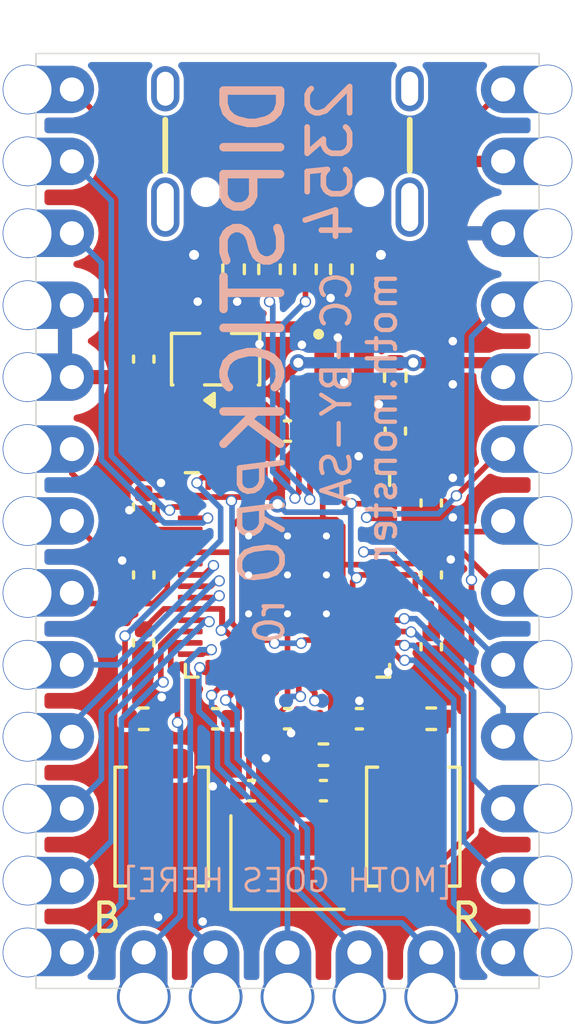
<source format=kicad_pcb>
(kicad_pcb (version 20241229) (generator "pcbnew") (generator_version "9.0")
  (title_block (title "DIPSTICKPRO 2354") (date "2026-01-28") (rev "0") (company "moth.monster"))
  (layers (0 "F.Cu" signal) (2 "B.Cu" signal) (13 "F.Paste" user) (15 "B.Paste" user) (5 "F.SilkS" user "F.Silkscreen") (7 "B.SilkS" user "B.Silkscreen") (1 "F.Mask" user) (3 "B.Mask" user) (25 "Edge.Cuts" user))
  (net 0 "")
  (net 1 "GND")
  (net 2 "VBUS")
  (net 3 "/XIN")
  (net 4 "/XOUT")
  (net 5 "+3V3")
  (net 6 "+1V1")
  (net 8 "/~{USB_BOOT}")
  (net 9 "/GPIO15")
  (net 10 "/GPIO14")
  (net 11 "/GPIO13")
  (net 12 "/GPIO12")
  (net 13 "/GPIO11")
  (net 14 "/GPIO10")
  (net 15 "/GPIO9")
  (net 16 "/GPIO8")
  (net 17 "/GPIO7")
  (net 18 "/GPIO6")
  (net 19 "/GPIO5")
  (net 20 "/GPIO4")
  (net 21 "/GPIO3")
  (net 22 "/GPIO2")
  (net 23 "/GPIO1")
  (net 24 "/GPIO0")
  (net 25 "/GPIO29_ADC3")
  (net 26 "/GPIO28_ADC2")
  (net 27 "/GPIO27_ADC1")
  (net 28 "/GPIO26_ADC0")
  (net 29 "/GPIO25")
  (net 30 "/GPIO24")
  (net 31 "/GPIO23")
  (net 32 "/GPIO22")
  (net 33 "/GPIO21")
  (net 34 "/GPIO20")
  (net 35 "/GPIO19")
  (net 36 "/GPIO18")
  (net 37 "/GPIO17")
  (net 38 "/GPIO16")
  (net 39 "/RUN")
  (net 40 "/SWD")
  (net 41 "/SWCLK")
  (net 42 "/QSPI_SS")
  (net 43 "/QSPI_SD3")
  (net 44 "/QSPI_SCLK")
  (net 45 "/QSPI_SD0")
  (net 46 "/QSPI_SD2")
  (net 47 "/QSPI_SD1")
  (net 48 "/USB_D+")
  (net 49 "/USB_D-")
  (net 50 "Net-(C4-Pad1)")
  (net 51 "/VREG_LX")
  (net 52 "Net-(R4-Pad1)")
  (net 53 "/VREG_AVDD")
  (net 54 "Net-(U1-USB_DP)")
  (net 55 "Net-(U1-USB_DM)")
  (net 56 "Net-(J2-CC2)")
  (net 59 "Net-(J2-CC1)")
  (footprint "Capacitor_SMD:C_0402_1005Metric" (layer "F.Cu") (at 29.205 46.215 -90)
    (property "Reference" "C15" (hide yes))
    (property "Value" "100n")
  )
  (footprint "Resistor_SMD:R_0402_1005Metric" (layer "F.Cu") (at 36.195 33.02 -90)
    (property "Reference" "R1" (hide yes))
    (property "Value" "5.1k")
  )
  (footprint "Package_TO_SOT_SMD:SOT-23-3" (layer "F.Cu") (at 31.75 36.195 90)
    (property "Reference" "U2" (hide yes))
    (property "Value" "NCP1117-3.3_SOT223")
  )
  (footprint "Capacitor_SMD:C_0402_1005Metric" (layer "F.Cu") (at 34.29 38.735 180)
    (property "Reference" "C12" (hide yes))
    (property "Value" "100n")
  )
  (footprint "Capacitor_SMD:C_0402_1005Metric" (layer "F.Cu") (at 39.37 46.355 -90)
    (property "Reference" "C14" (hide yes))
    (property "Value" "100n")
  )
  (footprint "Capacitor_SMD:C_0402_1005Metric" (layer "F.Cu") (at 36.83 48.895 180)
    (property "Reference" "C16" (hide yes))
    (property "Value" "100n")
  )
  (footprint "Resistor_SMD:R_0402_1005Metric" (layer "F.Cu") (at 33.655 33.02 -90)
    (property "Reference" "R7" (hide yes))
    (property "Value" "27")
  )
  (footprint "Capacitor_SMD:C_0402_1005Metric" (layer "F.Cu") (at 29.21 36.195 -90)
    (property "Reference" "C1" (hide yes))
    (property "Value" "1u")
  )
  (footprint "Capacitor_SMD:C_0402_1005Metric" (layer "F.Cu") (at 29.205 41.415 -90)
    (property "Reference" "C13" (hide yes))
    (property "Value" "100n")
  )
  (footprint "Resistor_SMD:R_0402_1005Metric" (layer "F.Cu") (at 34.925 33.02 -90)
    (property "Reference" "R8" (hide yes))
    (property "Value" "27")
  )
  (footprint "Capacitor_SMD:C_0402_1005Metric" (layer "F.Cu") (at 39.37 41.275 -90)
    (property "Reference" "C17" (hide yes))
    (property "Value" "100n")
  )
  (footprint "RP2350_60QFN_minimal:C_0402_1005Metric_small_pads" (layer "F.Cu") (at 36.29 38.265)
    (property "Reference" "C7" (hide yes))
    (property "Value" "4.7u")
  )
  (footprint "RP2350_60QFN_minimal:L_pol_2016" (layer "F.Cu") (at 36.29 36.615)
    (property "Reference" "L1" (hide yes))
    (property "Value" "3.3u")
  )
  (footprint "Capacitor_SMD:C_0402_1005Metric" (layer "F.Cu") (at 38.1 38.735 -90)
    (property "Reference" "C9" (hide yes))
    (property "Value" "4.7u")
  )
  (footprint "Resistor_SMD:R_0402_1005Metric" (layer "F.Cu") (at 39.37 48.895 180)
    (property "Reference" "R4" (hide yes))
    (property "Value" "1k")
  )
  (footprint "Button_Switch_SMD:SW_SPST_TS-1088-xR020" (layer "F.Cu") (at 29.845 52.705 90)
    (property "Reference" "SW1" (hide yes))
    (property "Value" "SW_Push")
  )
  (footprint "Resistor_SMD:R_0402_1005Metric" (layer "F.Cu") (at 32.385 33.02 -90)
    (property "Reference" "R3" (hide yes))
    (property "Value" "5.1k")
  )
  (footprint "Resistor_SMD:R_0402_1005Metric" (layer "F.Cu") (at 38.1 36.83 -90)
    (property "Reference" "R5" (hide yes))
    (property "Value" "33")
  )
  (footprint "Crystal:Crystal_SMD_3225-4Pin_3.2x2.5mm" (layer "F.Cu") (at 34.29 53.975)
    (property "Reference" "Y1" (hide yes))
    (property "Value" "ABM8-272-T3")
  )
  (footprint "Resistor_SMD:R_0402_1005Metric" (layer "F.Cu") (at 35.56 50.165)
    (property "Reference" "R2" (hide yes))
    (property "Value" "1k")
  )
  (footprint "PCM_SparkFun-Connector:USB-C_16" (layer "F.Cu") (at 34.29 31.74 180)
    (property "Reference" "J2" (hide yes))
    (property "Value" "USB_C_Receptacle")
  )
  (footprint "Capacitor_SMD:C_0402_1005Metric" (layer "F.Cu") (at 34.29 48.895)
    (property "Reference" "C10" (hide yes))
    (property "Value" "4.7u")
  )
  (footprint "Capacitor_SMD:C_0402_1005Metric" (layer "F.Cu") (at 33.02 51.435)
    (property "Reference" "C3" (hide yes))
    (property "Value" "15p")
  )
  (footprint "RP2350_60QFN_minimal:RP2350-QFN-60-1EP_7x7_P0.4mm_EP3.4x3.4mm_ThermalVias" (layer "F.Cu") (at 34.29 43.815)
    (property "Reference" "U1" (hide yes))
    (property "Value" "RP2350_60QFN")
  )
  (footprint "PCM_SparkFun-Connector:1x12_P2.54mm_Castellated" (layer "F.Cu") (at 41.91 26.67 -90)
    (property "Reference" "J6" (hide yes))
    (property "Value" "Conn_01x13_Pin")
  )
  (footprint "Capacitor_SMD:C_0402_1005Metric" (layer "F.Cu") (at 29.21 43.815 -90)
    (property "Reference" "C8" (hide yes))
    (property "Value" "100n")
  )
  (footprint "Resistor_SMD:R_0402_1005Metric" (layer "F.Cu") (at 29.21 48.895)
    (property "Reference" "R6" (hide yes))
    (property "Value" "1k")
  )
  (footprint "Capacitor_SMD:C_0402_1005Metric" (layer "F.Cu") (at 31.75 48.895 180)
    (property "Reference" "C18" (hide yes))
    (property "Value" "100n")
  )
  (footprint "RP2350_60QFN_minimal:C_0402_1005Metric_small_pads" (layer "F.Cu") (at 36.29 39.215)
    (property "Reference" "C6" (hide yes))
    (property "Value" "4.7u")
  )
  (footprint "Button_Switch_SMD:SW_SPST_TS-1088-xR020" (layer "F.Cu") (at 38.735 52.705 -90)
    (property "Reference" "SW2" (hide yes))
    (property "Value" "SW_Push")
  )
  (footprint "Capacitor_SMD:C_0402_1005Metric" (layer "F.Cu") (at 39.37 43.815 -90)
    (property "Reference" "C11" (hide yes))
    (property "Value" "100n")
  )
  (footprint "Capacitor_SMD:C_0402_1005Metric" (layer "F.Cu") (at 35.56 51.435 180)
    (property "Reference" "C4" (hide yes))
    (property "Value" "15p")
  )
  (footprint "PCM_SparkFun-Connector:1x12_P2.54mm_Castellated" (layer "B.Cu") (at 26.67 26.67 -90)
    (property "Reference" "J5" (hide yes))
    (property "Value" "Conn_01x13_Pin")
  )
  (footprint "PCM_SparkFun-Connector:1x05_P2.54mm_Castellated" (layer "B.Cu") (at 29.21 57.15)
    (property "Reference" "J7" (hide yes))
    (property "Value" "Conn_01x05_Pin")
  )
  (footprint "PCM_SparkFun-Connector:TestPoint-0.5mm" (layer "B.Cu") (at 35.5092 48.26)
    (property "Reference" "TP2" (hide yes))
    (property "Value" "0.5mm")
  )
  (footprint "PCM_SparkFun-Connector:TestPoint-0.5mm" (layer "B.Cu") (at 34.2392 48.26)
    (property "Reference" "TP1" (hide yes))
    (property "Value" "0.5mm")
  )
  (gr_rect (start 25.4 25.4) (end 43.18 58.42) (stroke (width 0.05)) (fill no) (layer "Edge.Cuts"))
  (gr_text "B" (at 27.305 56.515 0) (layer "F.SilkS") (effects (font (size 1 1)) (justify left bottom)))
  (gr_text "R" (at 40.005 56.515 0) (layer "F.SilkS") (effects (font (size 1 1)) (justify left bottom)))
  (gr_text "2354" (at 34.925 29.21 90) (layer "B.SilkS") (effects (font (size 1.5 1.5) (thickness 0.2)) (justify top mirror)))
  (gr_text "CC-BY-SA\nmoth.monster" (at 36.83 33.02 90) (layer "B.SilkS") (effects (font (size 1 1)) (justify left mirror)))
  (gr_text "DIPSTICK" (at 34.29 26.035 90) (layer "B.SilkS") (effects (font (size 2 2) (thickness 0.3)) (justify left bottom mirror)))
  (gr_text "r0" (at 33.655 46.355 90) (layer "B.SilkS") (effects (font (size 1 1)) (justify right mirror)))
  (gr_text "[MOTH GOES HERE]" (at 34.29 54.61 0) (layer "B.SilkS") (effects (font (size 0.8 0.8) (thickness 0.1)) (justify mirror)))
  (gr_text "PRO" (at 34.29 39.37 90) (layer "B.SilkS") (effects (font (size 1.5 1.5) (thickness 0.2) (italic yes)) (justify left bottom mirror)))
  (segment (start 37.004162 49.456) (end 38.299 49.456) (width 0.2) (layer "F.Cu") (net 1))
  (segment (start 36.805 39.726) (end 36.83 39.751) (width 0.2) (layer "F.Cu") (net 1))
  (segment (start 36.69 39.891) (end 36.69 40.3775) (width 0.2) (layer "F.Cu") (net 1))
  (segment (start 35.814 33.911) (end 36.195 33.53) (width 0.2) (layer "F.Cu") (net 1))
  (segment (start 36.443162 48.895) (end 37.004162 49.456) (width 0.2) (layer "F.Cu") (net 1))
  (segment (start 36.83 39.751) (end 36.69 39.891) (width 0.2) (layer "F.Cu") (net 1))
  (segment (start 36.805 39.624) (end 36.805 39.726) (width 0.2) (layer "F.Cu") (net 1))
  (segment (start 36.805 38.265) (end 36.805 39.215) (width 0.2) (layer "F.Cu") (net 1))
  (segment (start 35.814 34.036) (end 35.814 33.911) (width 0.2) (layer "F.Cu") (net 1))
  (segment (start 38.299 49.456) (end 38.86 48.895) (width 0.2) (layer "F.Cu") (net 1))
  (segment (start 36.805 39.215) (end 36.805 39.624) (width 0.2) (layer "F.Cu") (net 1))
  (segment (start 36.35 48.895) (end 36.443162 48.895) (width 0.2) (layer "F.Cu") (net 1))
  (via (at 36.068 35.433) (size 0.4) (drill 0.3) (layers "F.Cu" "B.Cu") (net 1))
  (via (at 40.132 40.386) (size 0.4) (drill 0.3) (layers "F.Cu" "B.Cu") (net 1))
  (via (at 32.512 34.163) (size 0.4) (drill 0.3) (layers "F.Cu" "B.Cu") (net 1))
  (via (at 37.846 47.244) (size 0.4) (drill 0.3) (layers "F.Cu" "B.Cu") (net 1))
  (via (at 40.132 37.084) (size 0.4) (drill 0.3) (layers "F.Cu" "B.Cu") (net 1))
  (via (at 31.6484 51.2826) (size 0.4) (drill 0.3) (layers "F.Cu" "B.Cu") (net 1))
  (via (at 28.702 41.529) (size 0.4) (drill 0.3) (layers "F.Cu" "B.Cu") (net 1))
  (via (at 40.132 41.783) (size 0.4) (drill 0.3) (layers "F.Cu" "B.Cu") (net 1))
  (via (at 30.988 32.512) (size 0.6) (drill 0.35) (layers "F.Cu" "B.Cu") (net 1))
  (via (at 36.805 39.624) (size 0.4) (drill 0.3) (layers "F.Cu" "B.Cu") (net 1))
  (via (at 36.29 37.0078) (size 0.4) (drill 0.3) (layers "F.Cu" "B.Cu") (net 1))
  (via (at 31.115 34.163) (size 0.4) (drill 0.3) (layers "F.Cu" "B.Cu") (net 1))
  (via (at 33.528 50.292) (size 0.4) (drill 0.3) (layers "F.Cu" "B.Cu") (net 1))
  (via (at 36.83 48.26) (size 0.4) (drill 0.3) (layers "F.Cu" "B.Cu") (net 1))
  (via (at 31.2928 56.0578) (size 0.4) (drill 0.3) (layers "F.Cu" "B.Cu") (net 1))
  (via (at 34.798 35.687) (size 0.4) (drill 0.3) (layers "F.Cu" "B.Cu") (net 1))
  (via (at 40.06 43.27) (size 0.4) (drill 0.3) (layers "F.Cu" "B.Cu") (net 1))
  (via (at 33.2994 35.6616) (size 0.4) (drill 0.3) (layers "F.Cu" "B.Cu") (net 1))
  (via (at 34.417 49.403) (size 0.4) (drill 0.3) (layers "F.Cu" "B.Cu") (net 1))
  (via (at 29.8196 40.5638) (size 0.4) (drill 0.3) (layers "F.Cu" "B.Cu") (net 1))
  (via (at 37.592 32.512) (size 0.6) (drill 0.35) (layers "F.Cu" "B.Cu") (net 1))
  (via (at 37.52 37.79) (size 0.4) (drill 0.3) (layers "F.Cu" "B.Cu") (net 1))
  (via (at 35.814 34.036) (size 0.4) (drill 0.3) (layers "F.Cu" "B.Cu") (net 1))
  (via (at 29.718 55.9054) (size 0.4) (drill 0.3) (layers "F.Cu" "B.Cu") (net 1))
  (via (at 28.448 43.307) (size 0.4) (drill 0.3) (layers "F.Cu" "B.Cu") (net 1))
  (via (at 40.132 35.56) (size 0.4) (drill 0.3) (layers "F.Cu" "B.Cu") (net 1))
  (via (at 29.845 48.133) (size 0.4) (drill 0.3) (layers "F.Cu" "B.Cu") (net 1))
  (segment (start 36.404 30.61643) (end 36.74 30.95243) (width 0.4) (layer "F.Cu") (net 2))
  (segment (start 31.75 35.0575) (end 31.714 35.0215) (width 0.4) (layer "F.Cu") (net 2))
  (segment (start 41.91 29.21) (end 37.16757 29.21) (width 0.4) (layer "F.Cu") (net 2))
  (segment (start 31.716 32.249) (end 31.716 31.524) (width 0.4) (layer "F.Cu") (net 2))
  (segment (start 36.74 30.95243) (end 36.74 31.4) (width 0.4) (layer "F.Cu") (net 2))
  (segment (start 36.404 29.97357) (end 36.404 30.61643) (width 0.4) (layer "F.Cu") (net 2))
  (segment (start 31.714 35.0215) (end 31.714 32.251) (width 0.4) (layer "F.Cu") (net 2))
  (segment (start 31.716 31.524) (end 31.84 31.4) (width 0.4) (layer "F.Cu") (net 2))
  (segment (start 29.8675 35.0575) (end 29.21 35.715) (width 0.2) (layer "F.Cu") (net 2))
  (segment (start 31.75 35.0575) (end 29.8675 35.0575) (width 0.2) (layer "F.Cu") (net 2))
  (segment (start 36.866 33.87005) (end 35.67855 35.0575) (width 0.4) (layer "F.Cu") (net 2))
  (segment (start 31.84 34.9675) (end 31.75 35.0575) (width 0.4) (layer "F.Cu") (net 2))
  (segment (start 37.16757 29.21) (end 36.404 29.97357) (width 0.4) (layer "F.Cu") (net 2))
  (segment (start 31.714 32.251) (end 31.716 32.249) (width 0.4) (layer "F.Cu") (net 2))
  (segment (start 36.74 32.04395) (end 36.866 32.16995) (width 0.4) (layer "F.Cu") (net 2))
  (segment (start 36.866 32.16995) (end 36.866 33.87005) (width 0.4) (layer "F.Cu") (net 2))
  (segment (start 35.67855 35.0575) (end 31.75 35.0575) (width 0.4) (layer "F.Cu") (net 2))
  (segment (start 36.74 31.4) (end 36.74 32.04395) (width 0.4) (layer "F.Cu") (net 2))
  (segment (start 33.49 47.851774) (end 33.49 47.2525) (width 0.2) (layer "F.Cu") (net 3))
  (segment (start 32.928 48.413774) (end 33.49 47.851774) (width 0.2) (layer "F.Cu") (net 3))
  (segment (start 32.239 53.874) (end 32.239 51.736) (width 0.2) (layer "F.Cu") (net 3))
  (segment (start 32.928 51.047) (end 32.928 48.413774) (width 0.2) (layer "F.Cu") (net 3))
  (segment (start 32.54 51.435) (end 32.928 51.047) (width 0.2) (layer "F.Cu") (net 3))
  (segment (start 32.239 51.736) (end 32.54 51.435) (width 0.2) (layer "F.Cu") (net 3))
  (segment (start 33.19 54.825) (end 32.239 53.874) (width 0.2) (layer "F.Cu") (net 3))
  (segment (start 33.279 48.559162) (end 33.279 49.230838) (width 0.2) (layer "F.Cu") (net 4))
  (segment (start 33.89 47.2525) (end 33.89 47.948162) (width 0.2) (layer "F.Cu") (net 4))
  (segment (start 34.213162 50.165) (end 35.05 50.165) (width 0.2) (layer "F.Cu") (net 4))
  (segment (start 33.279 49.230838) (end 34.213162 50.165) (width 0.2) (layer "F.Cu") (net 4))
  (segment (start 33.89 47.948162) (end 33.279 48.559162) (width 0.2) (layer "F.Cu") (net 4))
  (segment (start 36.5506 41.3004) (end 36.348336 41.3004) (width 0.2) (layer "F.Cu") (net 5))
  (segment (start 32.5516 48.895) (end 32.577 48.8696) (width 0.2) (layer "F.Cu") (net 5))
  (segment (start 36.592 45.678971) (end 36.592 44.053) (width 0.2) (layer "F.Cu") (net 5))
  (segment (start 34.29 40.3775) (end 34.29 40.025514) (width 0.2) (layer "F.Cu") (net 5))
  (segment (start 36.372985 45.897985) (end 37.039 46.564) (width 0.2) (layer "F.Cu") (net 5))
  (segment (start 33.09 47.755386) (end 33.09 47.2525) (width 0.2) (layer "F.Cu") (net 5))
  (segment (start 36.348336 41.3004) (end 35.89 40.842064) (width 0.2) (layer "F.Cu") (net 5))
  (segment (start 31.336032 41.066) (end 33.666064 41.066) (width 0.2) (layer "F.Cu") (net 5))
  (segment (start 30.8525 45.015) (end 29.925 45.015) (width 0.2) (layer "F.Cu") (net 5))
  (segment (start 30.8525 45.015) (end 31.9688 45.015) (width 0.2) (layer "F.Cu") (net 5))
  (segment (start 37.31 48.895) (end 37.31 47.4725) (width 0.2) (layer "F.Cu") (net 5))
  (segment (start 35.89 40.842064) (end 35.89 40.3775) (width 0.2) (layer "F.Cu") (net 5))
  (segment (start 39.37 45.875) (end 39.37 44.826) (width 0.2) (layer "F.Cu") (net 5))
  (segment (start 32.23 48.895) (end 32.5516 48.895) (width 0.2) (layer "F.Cu") (net 5))
  (segment (start 37.4421 41.3004) (end 36.5506 41.3004) (width 0.2) (layer "F.Cu") (net 5))
  (segment (start 33.6605 37.3325) (end 34.671 36.322) (width 0.4) (layer "F.Cu") (net 5))
  (segment (start 35.89 39.33) (end 35.775 39.215) (width 0.2) (layer "F.Cu") (net 5))
  (segment (start 31.9724 45.747363) (end 31.948612 45.771151) (width 0.2) (layer "F.Cu") (net 5))
  (segment (start 37.6275 41.115) (end 37.7275 41.015) (width 0.2) (layer "F.Cu") (net 5))
  (segment (start 37.7275 43.815) (end 37.262936 43.815) (width 0.2) (layer "F.Cu") (net 5))
  (segment (start 33.89 40.842064) (end 33.89 40.3775) (width 0.2) (layer "F.Cu") (net 5))
  (segment (start 34.003211 41.249719) (end 33.93893 41.314) (width 0.4) (layer "F.Cu") (net 5))
  (segment (start 37.7275 41.015) (end 37.4421 41.3004) (width 0.2) (layer "F.Cu") (net 5))
  (segment (start 33.09 46.1362) (end 33.0708 46.117) (width 0.2) (layer "F.Cu") (net 5))
  (segment (start 33.09 47.2525) (end 33.09 46.1362) (width 0.2) (layer "F.Cu") (net 5))
  (segment (start 34.29 40.3775) (end 33.89 40.3775) (width 0.2) (layer "F.Cu") (net 5))
  (segment (start 39.034162 44.826) (end 38.809 44.600838) (width 0.2) (layer "F.Cu") (net 5))
  (segment (start 37.039 46.768968) (end 37.039 46.564) (width 0.2) (layer "F.Cu") (net 5))
  (segment (start 34.003211 40.728853) (end 34.003211 41.249719) (width 0.4) (layer "F.Cu") (net 5))
  (segment (start 31.9688 45.015) (end 31.9724 45.0186) (width 0.2) (layer "F.Cu") (net 5))
  (segment (start 33.914064 41.314) (end 33.93893 41.314) (width 0.2) (layer "F.Cu") (net 5))
  (segment (start 31.9688 45.015) (end 31.988 45.0342) (width 0.2) (layer "F.Cu") (net 5))
  (segment (start 33.677499 37.3325) (end 34.77 38.425001) (width 0.4) (layer "F.Cu") (net 5))
  (segment (start 38.809 44.600838) (end 38.809 43.819) (width 0.2) (layer "F.Cu") (net 5))
  (segment (start 32.577 48.8696) (end 32.577 48.268386) (width 0.2) (layer "F.Cu") (net 5))
  (segment (start 38.805 43.815) (end 37.7275 43.815) (width 0.2) (layer "F.Cu") (net 5))
  (segment (start 31.988 45.0342) (end 31.988 45.678971) (width 0.2) (layer "F.Cu") (net 5))
  (segment (start 37.7275 43.815) (end 36.83 43.815) (width 0.2) (layer "F.Cu") (net 5))
  (segment (start 37.7275 41.015) (end 39.15 41.015) (width 0.2) (layer "F.Cu") (net 5))
  (segment (start 33.7218 46.117) (end 33.8328 46.228) (width 0.2) (layer "F.Cu") (net 5))
  (segment (start 33.666064 41.066) (end 34.003211 40.728853) (width 0.2) (layer "F.Cu") (net 5))
  (segment (start 38.809 43.819) (end 38.805 43.815) (width 0.2) (layer "F.Cu") (net 5))
  (segment (start 31.9724 45.0186) (end 31.9724 45.747363) (width 0.2) (layer "F.Cu") (net 5))
  (segment (start 34.7726 46.228) (end 34.8836 46.117) (width 0.2) (layer "F.Cu") (net 5))
  (segment (start 34.77 38.735) (end 34.77 39.291514) (width 0.4) (layer "F.Cu") (net 5))
  (segment (start 29.925 45.015) (end 29.205 45.735) (width 0.2) (layer "F.Cu") (net 5))
  (segment (start 36.592 44.053) (end 36.7284 43.9166) (width 0.2) (layer "F.Cu") (net 5))
  (segment (start 30.8525 41.015) (end 29.285 41.015) (width 0.2) (layer "F.Cu") (net 5))
  (segment (start 33.0708 46.117) (end 33.401 46.117) (width 0.2) (layer "F.Cu") (net 5))
  (segment (start 35.89 40.842064) (end 36.162936 41.115) (width 0.2) (layer "F.Cu") (net 5))
  (segment (start 32.577 48.268386) (end 33.09 47.755386) (width 0.2) (layer "F.Cu") (net 5))
  (segment (start 37.31 47.4725) (end 37.09 47.2525) (width 0.2) (layer "F.Cu") (net 5))
  (segment (start 34.8836 46.117) (end 36.153971 46.117) (width 0.2) (layer "F.Cu") (net 5))
  (segment (start 34.77 39.291514) (end 34.003211 40.058303) (width 0.4) (layer "F.Cu") (net 5))
  (segment (start 32.7 37.3325) (end 33.677499 37.3325) (width 0.4) (layer "F.Cu") (net 5))
  (segment (start 34.77 38.425001) (end 34.77 38.735) (width 0.4) (layer "F.Cu") (net 5))
  (segment (start 33.401 46.117) (end 33.7218 46.117) (width 0.2) (layer "F.Cu") (net 5))
  (segment (start 37.7275 41.415) (end 37.7275 41.015) (width 0.2) (layer "F.Cu") (net 5))
  (segment (start 37.09 46.819968) (end 37.039 46.768968) (width 0.2) (layer "F.Cu") (net 5))
  (segment (start 31.285032 41.015) (end 31.336032 41.066) (width 0.2) (layer "F.Cu") (net 5))
  (segment (start 31.988 45.678971) (end 32.426029 46.117) (width 0.2) (layer "F.Cu") (net 5))
  (segment (start 36.153971 46.117) (end 36.592 45.678971) (width 0.2) (layer "F.Cu") (net 5))
  (segment (start 39.37 44.826) (end 39.034162 44.826) (width 0.2) (layer "F.Cu") (net 5))
  (segment (start 38.1 36.32) (end 38.735 36.32) (width 0.4) (layer "F.Cu") (net 5))
  (segment (start 30.8525 41.015) (end 31.285032 41.015) (width 0.2) (layer "F.Cu") (net 5))
  (segment (start 33.666064 41.066) (end 33.914064 41.314) (width 0.2) (layer "F.Cu") (net 5))
  (segment (start 29.285 41.015) (end 29.205 40.935) (width 0.2) (layer "F.Cu") (net 5))
  (segment (start 41.4 36.32) (end 41.91 36.83) (width 0.4) (layer "F.Cu") (net 5))
  (segment (start 38.735 36.32) (end 41.4 36.32) (width 0.4) (layer "F.Cu") (net 5))
  (segment (start 32.7 37.3325) (end 33.6605 37.3325) (width 0.4) (layer "F.Cu") (net 5))
  (segment (start 39.15 41.015) (end 39.37 40.795) (width 0.2) (layer "F.Cu") (net 5))
  (segment (start 32.426029 46.117) (end 33.0708 46.117) (width 0.2) (layer "F.Cu") (net 5))
  (segment (start 35.89 40.3775) (end 35.89 39.33) (width 0.2) (layer "F.Cu") (net 5))
  (segment (start 37.09 47.2525) (end 37.09 46.819968) (width 0.2) (layer "F.Cu") (net 5))
  (segment (start 34.003211 40.058303) (end 34.003211 40.728853) (width 0.4) (layer "F.Cu") (net 5))
  (segment (start 36.83 43.815) (end 36.7284 43.9166) (width 0.2) (layer "F.Cu") (net 5))
  (via (at 32.3088 41.1988) (size 0.4) (drill 0.3) (layers "F.Cu" "B.Cu") (net 5))
  (via (at 31.948612 45.771151) (size 0.4) (drill 0.3) (layers "F.Cu" "B.Cu") (net 5))
  (via (at 38.735 36.32) (size 0.6) (drill 0.35) (layers "F.Cu" "B.Cu") (net 5))
  (via (at 33.93893 41.314) (size 0.6) (drill 0.35) (layers "F.Cu" "B.Cu") (net 5))
  (via (at 36.5506 41.3004) (size 0.4) (drill 0.3) (layers "F.Cu" "B.Cu") (net 5))
  (via (at 34.671 36.322) (size 0.6) (drill 0.35) (layers "F.Cu" "B.Cu") (net 5))
  (via (at 33.8328 46.228) (size 0.4) (drill 0.3) (layers "F.Cu" "B.Cu") (net 5))
  (via (at 36.7284 43.9166) (size 0.4) (drill 0.3) (layers "F.Cu" "B.Cu") (net 5))
  (via (at 34.7726 46.228) (size 0.4) (drill 0.3) (layers "F.Cu" "B.Cu") (net 5))
  (segment (start 36.4682 41.599) (end 36.5252 41.656) (width 0.2) (layer "B.Cu") (net 5))
  (segment (start 36.068 41.599) (end 36.252 41.599) (width 0.2) (layer "B.Cu") (net 5))
  (segment (start 33.93893 41.314) (end 34.22393 41.599) (width 0.2) (layer "B.Cu") (net 5))
  (segment (start 36.252 41.599) (end 36.5506 41.3004) (width 0.2) (layer "B.Cu") (net 5))
  (segment (start 36.5252 41.656) (end 36.5252 41.3258) (width 0.2) (layer "B.Cu") (net 5))
  (segment (start 31.948612 45.771151) (end 32.328 45.391763) (width 0.2) (layer "B.Cu") (net 5))
  (segment (start 32.328 41.218) (end 32.3088 41.1988) (width 0.2) (layer "B.Cu") (net 5))
  (segment (start 36.5252 43.7134) (end 36.5252 41.656) (width 0.2) (layer "B.Cu") (net 5))
  (segment (start 36.068 41.599) (end 36.4682 41.599) (width 0.2) (layer "B.Cu") (net 5))
  (segment (start 34.7726 46.228) (end 33.8328 46.228) (width 0.2) (layer "B.Cu") (net 5))
  (segment (start 32.328 45.391763) (end 32.328 41.218) (width 0.2) (layer "B.Cu") (net 5))
  (segment (start 34.671 36.322) (end 38.733 36.322) (width 0.4) (layer "B.Cu") (net 5))
  (segment (start 36.5252 41.3258) (end 36.5506 41.3004) (width 0.2) (layer "B.Cu") (net 5))
  (segment (start 38.733 36.322) (end 38.735 36.32) (width 0.4) (layer "B.Cu") (net 5))
  (segment (start 34.22393 41.599) (end 36.068 41.599) (width 0.2) (layer "B.Cu") (net 5))
  (segment (start 36.7284 43.9166) (end 36.5252 43.7134) (width 0.2) (layer "B.Cu") (net 5))
  (segment (start 32.3264 43.015) (end 32.339 43.0276) (width 0.2) (layer "F.Cu") (net 6))
  (segment (start 32.571418 41.864) (end 34.498 41.864) (width 0.2) (layer "F.Cu") (net 6))
  (segment (start 35.5346 40.4221) (end 35.5346 41.864) (width 0.2) (layer "F.Cu") (net 6))
  (segment (start 36.241 42.096418) (end 36.241 43.4086) (width 0.2) (layer "F.Cu") (net 6))
  (segment (start 35.49 40.3775) (end 35.49 40.846589) (width 0.2) (layer "F.Cu") (net 6))
  (segment (start 35.7124 41.864) (end 36.008582 41.864) (width 0.2) (layer "F.Cu") (net 6))
  (segment (start 35.775 38.265) (end 35.775 36.8) (width 0.2) (layer "F.Cu") (net 6))
  (segment (start 35.314 39.706) (end 35.314 38.726) (width 0.2) (layer "F.Cu") (net 6))
  (segment (start 36.241 44.6326) (end 36.241 44.639) (width 0.2) (layer "F.Cu") (net 6))
  (segment (start 35.49 39.882) (end 35.314 39.706) (width 0.2) (layer "F.Cu") (net 6))
  (segment (start 37.7275 43.415) (end 39.29 43.415) (width 0.2) (layer "F.Cu") (net 6))
  (segment (start 34.498 41.864) (end 35.5346 41.864) (width 0.2) (layer "F.Cu") (net 6))
  (segment (start 34.29 45.766) (end 32.571418 45.766) (width 0.2) (layer "F.Cu") (net 6))
  (segment (start 37.6893 43.4532) (end 37.7275 43.415) (width 0.2) (layer "F.Cu") (net 6))
  (segment (start 32.339 42.096418) (end 32.571418 41.864) (width 0.2) (layer "F.Cu") (net 6))
  (segment (start 29.624615 43.335) (end 29.21 43.335) (width 0.2) (layer "F.Cu") (net 6))
  (segment (start 35.775 36.8) (end 35.59 36.615) (width 0.2) (layer "F.Cu") (net 6))
  (segment (start 35.5346 41.864) (end 35.6108 41.864) (width 0.2) (layer "F.Cu") (net 6))
  (segment (start 34.29 48.415) (end 34.29 47.2525) (width 0.2) (layer "F.Cu") (net 6))
  (segment (start 29.944615 43.015) (end 29.624615 43.335) (width 0.2) (layer "F.Cu") (net 6))
  (segment (start 36.008582 41.864) (end 36.162891 42.018309) (width 0.2) (layer "F.Cu") (net 6))
  (segment (start 30.8525 43.015) (end 29.944615 43.015) (width 0.2) (layer "F.Cu") (net 6))
  (segment (start 35.63 41.8448) (end 35.6108 41.864) (width 0.2) (layer "F.Cu") (net 6))
  (segment (start 39.29 43.415) (end 39.37 43.335) (width 0.2) (layer "F.Cu") (net 6))
  (segment (start 35.49 40.3775) (end 35.5346 40.4221) (width 0.2) (layer "F.Cu") (net 6))
  (segment (start 32.339 45.533582) (end 32.339 43.0276) (width 0.2) (layer "F.Cu") (net 6))
  (segment (start 30.8525 43.015) (end 32.3264 43.015) (width 0.2) (layer "F.Cu") (net 6))
  (segment (start 35.6108 41.864) (end 35.7124 41.864) (width 0.2) (layer "F.Cu") (net 6))
  (segment (start 33.81 48.895) (end 34.29 48.415) (width 0.2) (layer "F.Cu") (net 6))
  (segment (start 32.339 43.0276) (end 32.339 42.096418) (width 0.2) (layer "F.Cu") (net 6))
  (segment (start 36.241 43.4086) (end 36.2856 43.4532) (width 0.2) (layer "F.Cu") (net 6))
  (segment (start 36.241 44.6326) (end 36.241 45.533582) (width 0.2) (layer "F.Cu") (net 6))
  (segment (start 36.162891 42.018309) (end 36.241 42.096418) (width 0.2) (layer "F.Cu") (net 6))
  (segment (start 36.2856 43.4532) (end 37.6893 43.4532) (width 0.2) (layer "F.Cu") (net 6))
  (segment (start 34.29 47.2525) (end 34.29 45.766) (width 0.2) (layer "F.Cu") (net 6))
  (segment (start 35.49 40.3775) (end 35.49 39.882) (width 0.2) (layer "F.Cu") (net 6))
  (segment (start 32.571418 45.766) (end 32.339 45.533582) (width 0.2) (layer "F.Cu") (net 6))
  (segment (start 35.314 38.726) (end 35.775 38.265) (width 0.2) (layer "F.Cu") (net 6))
  (segment (start 36.241 43.4086) (end 36.241 44.6326) (width 0.2) (layer "F.Cu") (net 6))
  (segment (start 36.008582 45.766) (end 34.29 45.766) (width 0.2) (layer "F.Cu") (net 6))
  (segment (start 36.241 45.533582) (end 36.008582 45.766) (width 0.2) (layer "F.Cu") (net 6))
  (segment (start 29.72 48.895) (end 29.72 50.355) (width 0.2) (layer "F.Cu") (net 8))
  (segment (start 29.72 50.355) (end 29.845 50.48) (width 0.2) (layer "F.Cu") (net 8))
  (segment (start 29.8704 48.7446) (end 29.72 48.895) (width 0.2) (layer "F.Cu") (net 8))
  (segment (start 32.29 47.2525) (end 32.29 48.0502) (width 0.2) (layer "F.Cu") (net 10))
  (segment (start 32.29 48.0502) (end 32.1056 48.2346) (width 0.2) (layer "F.Cu") (net 10))
  (via (at 32.1056 48.2346) (size 0.4) (drill 0.3) (layers "F.Cu" "B.Cu") (net 10))
  (segment (start 34.992 52.783611) (end 34.992 54.815612) (width 0.2) (layer "B.Cu") (net 10))
  (segment (start 38.3266 56.1066) (end 39.37 57.15) (width 0.2) (layer "B.Cu") (net 10))
  (segment (start 34.6329 52.424512) (end 34.992 52.783611) (width 0.2) (layer "B.Cu") (net 10))
  (segment (start 32.512 48.641) (end 32.512 50.292) (width 0.2) (layer "B.Cu") (net 10))
  (segment (start 32.1056 48.2346) (end 32.512 48.641) (width 0.2) (layer "B.Cu") (net 10))
  (segment (start 36.282988 56.1066) (end 38.3266 56.1066) (width 0.2) (layer "B.Cu") (net 10))
  (segment (start 34.992 54.815612) (end 36.282988 56.1066) (width 0.2) (layer "B.Cu") (net 10))
  (segment (start 34.6329 52.4129) (end 34.6329 52.424512) (width 0.2) (layer "B.Cu") (net 10))
  (segment (start 32.512 50.292) (end 34.6329 52.4129) (width 0.2) (layer "B.Cu") (net 10))
  (segment (start 31.89 47.786119) (end 31.607539 48.06858) (width 0.2) (layer "F.Cu") (net 11))
  (segment (start 31.89 47.2525) (end 31.89 47.786119) (width 0.2) (layer "F.Cu") (net 11))
  (via (at 31.607539 48.06858) (size 0.4) (drill 0.3) (layers "F.Cu" "B.Cu") (net 11))
  (segment (start 36.83 57.15) (end 34.641 54.961) (width 0.2) (layer "B.Cu") (net 11))
  (segment (start 31.607539 48.468539) (end 31.607539 48.06858) (width 0.2) (layer "B.Cu") (net 11))
  (segment (start 32.161 49.022) (end 31.607539 48.468539) (width 0.2) (layer "B.Cu") (net 11))
  (segment (start 34.641 54.961) (end 34.641 52.929) (width 0.2) (layer "B.Cu") (net 11))
  (segment (start 32.161 50.449) (end 32.161 49.022) (width 0.2) (layer "B.Cu") (net 11))
  (segment (start 34.641 52.929) (end 32.161 50.449) (width 0.2) (layer "B.Cu") (net 11))
  (segment (start 31.3521 47.2525) (end 31.1912 47.0916) (width 0.2) (layer "F.Cu") (net 12))
  (segment (start 31.49 47.2525) (end 31.3521 47.2525) (width 0.2) (layer "F.Cu") (net 12))
  (via (at 31.1912 47.0916) (size 0.4) (drill 0.3) (layers "F.Cu" "B.Cu") (net 12))
  (segment (start 31.81 49.276) (end 31.156539 48.622539) (width 0.2) (layer "B.Cu") (net 12))
  (segment (start 31.81 50.594388) (end 31.81 49.276) (width 0.2) (layer "B.Cu") (net 12))
  (segment (start 34.29 57.15) (end 34.29 53.074388) (width 0.2) (layer "B.Cu") (net 12))
  (segment (start 34.29 53.074388) (end 31.81 50.594388) (width 0.2) (layer "B.Cu") (net 12))
  (segment (start 31.156539 48.622539) (end 31.156539 47.126261) (width 0.2) (layer "B.Cu") (net 12))
  (segment (start 31.156539 47.126261) (end 31.1912 47.0916) (width 0.2) (layer "B.Cu") (net 12))
  (segment (start 31.4902 46.564) (end 31.5976 46.4566) (width 0.2) (layer "F.Cu") (net 13))
  (segment (start 31.285032 46.615) (end 31.336032 46.564) (width 0.2) (layer "F.Cu") (net 13))
  (segment (start 31.336032 46.564) (end 31.4902 46.564) (width 0.2) (layer "F.Cu") (net 13))
  (segment (start 30.8525 46.615) (end 31.285032 46.615) (width 0.2) (layer "F.Cu") (net 13))
  (via (at 31.5976 46.4566) (size 0.4) (drill 0.3) (layers "F.Cu" "B.Cu") (net 13))
  (segment (start 30.8548 48.835189) (end 30.8548 56.2548) (width 0.2) (layer "B.Cu") (net 13))
  (segment (start 30.7402 48.720589) (end 30.8548 48.835189) (width 0.2) (layer "B.Cu") (net 13))
  (segment (start 31.188389 46.4566) (end 30.7402 46.904789) (width 0.2) (layer "B.Cu") (net 13))
  (segment (start 30.8548 56.2548) (end 31.75 57.15) (width 0.2) (layer "B.Cu") (net 13))
  (segment (start 30.7402 46.904789) (end 30.7402 48.720589) (width 0.2) (layer "B.Cu") (net 13))
  (segment (start 31.5976 46.4566) (end 31.188389 46.4566) (width 0.2) (layer "B.Cu") (net 13))
  (segment (start 30.4038 47.469789) (end 30.4038 49.022) (width 0.2) (layer "F.Cu") (net 14))
  (segment (start 30.389321 46.215) (end 30.164 46.440321) (width 0.2) (layer "F.Cu") (net 14))
  (segment (start 30.8525 46.215) (end 30.389321 46.215) (width 0.2) (layer "F.Cu") (net 14))
  (segment (start 30.164 46.440321) (end 30.164 47.229989) (width 0.2) (layer "F.Cu") (net 14))
  (segment (start 30.164 47.229989) (end 30.4038 47.469789) (width 0.2) (layer "F.Cu") (net 14))
  (via (at 30.4038 49.022) (size 0.4) (drill 0.3) (layers "F.Cu" "B.Cu") (net 14))
  (segment (start 30.5038 49.122) (end 30.4038 49.022) (width 0.2) (layer "B.Cu") (net 14))
  (segment (start 29.21 57.15) (end 30.5038 55.8562) (width 0.2) (layer "B.Cu") (net 14))
  (segment (start 30.5038 55.8562) (end 30.5038 49.122) (width 0.2) (layer "B.Cu") (net 14))
  (segment (start 29.813 46.953838) (end 29.813 47.5168) (width 0.2) (layer "F.Cu") (net 15))
  (segment (start 29.813 46.294933) (end 30.292933 45.815) (width 0.2) (layer "F.Cu") (net 15))
  (segment (start 30.292933 45.815) (end 30.8525 45.815) (width 0.2) (layer "F.Cu") (net 15))
  (segment (start 29.813 47.5168) (end 29.8958 47.5996) (width 0.2) (layer "F.Cu") (net 15))
  (segment (start 29.813 46.953838) (end 29.813 46.294933) (width 0.2) (layer "F.Cu") (net 15))
  (via (at 29.8958 47.5996) (size 0.4) (drill 0.3) (layers "F.Cu" "B.Cu") (net 15))
  (segment (start 28.4154 48.913177) (end 29.728977 47.5996) (width 0.2) (layer "B.Cu") (net 15))
  (segment (start 26.67 57.15) (end 28.4154 55.4046) (width 0.2) (layer "B.Cu") (net 15))
  (segment (start 29.728977 47.5996) (end 29.8958 47.5996) (width 0.2) (layer "B.Cu") (net 15))
  (segment (start 28.4154 55.4046) (end 28.4154 48.913177) (width 0.2) (layer "B.Cu") (net 15))
  (segment (start 31.4704 45.415) (end 31.5214 45.466) (width 0.2) (layer "F.Cu") (net 16))
  (segment (start 30.8525 45.415) (end 31.4704 45.415) (width 0.2) (layer "F.Cu") (net 16))
  (via (at 31.5214 45.466) (size 0.4) (drill 0.3) (layers "F.Cu" "B.Cu") (net 16))
  (segment (start 28.0644 53.2156) (end 26.67 54.61) (width 0.2) (layer "B.Cu") (net 16))
  (segment (start 28.0644 48.767789) (end 28.0644 53.2156) (width 0.2) (layer "B.Cu") (net 16))
  (segment (start 31.5214 45.466) (end 31.366189 45.466) (width 0.2) (layer "B.Cu") (net 16))
  (segment (start 31.366189 45.466) (end 28.0644 48.767789) (width 0.2) (layer "B.Cu") (net 16))
  (segment (start 30.8525 44.615) (end 31.8136 44.615) (width 0.2) (layer "F.Cu") (net 17))
  (segment (start 31.8136 44.615) (end 31.877 44.5516) (width 0.2) (layer "F.Cu") (net 17))
  (via (at 31.877 44.5516) (size 0.4) (drill 0.3) (layers "F.Cu" "B.Cu") (net 17))
  (segment (start 31.7842 44.5516) (end 31.877 44.5516) (width 0.2) (layer "B.Cu") (net 17))
  (segment (start 27.7134 48.6224) (end 31.7842 44.5516) (width 0.2) (layer "B.Cu") (net 17))
  (segment (start 26.67 52.07) (end 27.7134 51.0266) (width 0.2) (layer "B.Cu") (net 17))
  (segment (start 27.7134 51.0266) (end 27.7134 48.6224) (width 0.2) (layer "B.Cu") (net 17))
  (segment (start 31.575789 44.215) (end 31.764192 44.026597) (width 0.2) (layer "F.Cu") (net 18))
  (segment (start 30.8525 44.215) (end 31.575789 44.215) (width 0.2) (layer "F.Cu") (net 18))
  (segment (start 31.764192 44.026597) (end 31.877 44.026597) (width 0.2) (layer "F.Cu") (net 18))
  (via (at 31.877 44.026597) (size 0.4) (drill 0.3) (layers "F.Cu" "B.Cu") (net 18))
  (segment (start 26.67 49.092174) (end 26.67 49.53) (width 0.2) (layer "B.Cu") (net 18))
  (segment (start 26.67 49.001957) (end 26.67 49.53) (width 0.2) (layer "B.Cu") (net 18))
  (segment (start 31.877 44.026597) (end 31.735577 44.026597) (width 0.2) (layer "B.Cu") (net 18))
  (segment (start 31.735577 44.026597) (end 26.67 49.092174) (width 0.2) (layer "B.Cu") (net 18))
  (segment (start 30.8525 43.815) (end 31.3436 43.815) (width 0.2) (layer "F.Cu") (net 19))
  (segment (start 31.3436 43.815) (end 31.6738 43.4848) (width 0.2) (layer "F.Cu") (net 19))
  (via (at 31.6738 43.4848) (size 0.4) (drill 0.3) (layers "F.Cu" "B.Cu") (net 19))
  (segment (start 28.275786 46.99) (end 31.6738 43.591986) (width 0.2) (layer "B.Cu") (net 19))
  (segment (start 26.67 46.99) (end 28.275786 46.99) (width 0.2) (layer "B.Cu") (net 19))
  (segment (start 31.6738 43.591986) (end 31.6738 43.4848) (width 0.2) (layer "B.Cu") (net 19))
  (segment (start 30.041003 43.761933) (end 30.387936 43.415) (width 0.2) (layer "F.Cu") (net 20))
  (segment (start 29.545838 44.826) (end 27.046 44.826) (width 0.2) (layer "F.Cu") (net 20))
  (segment (start 30.387936 43.415) (end 30.8525 43.415) (width 0.2) (layer "F.Cu") (net 20))
  (segment (start 30.041003 44.330835) (end 29.545838 44.826) (width 0.2) (layer "F.Cu") (net 20))
  (segment (start 30.041003 44.330835) (end 30.041003 43.761933) (width 0.2) (layer "F.Cu") (net 20))
  (segment (start 27.046 44.826) (end 26.67 44.45) (width 0.2) (layer "F.Cu") (net 20))
  (segment (start 29.848227 42.615) (end 29.686226 42.777) (width 0.2) (layer "F.Cu") (net 21))
  (segment (start 27.537 42.777) (end 26.67 41.91) (width 0.2) (layer "F.Cu") (net 21))
  (segment (start 29.686226 42.777) (end 27.537 42.777) (width 0.2) (layer "F.Cu") (net 21))
  (segment (start 30.8525 42.615) (end 29.848227 42.615) (width 0.2) (layer "F.Cu") (net 21))
  (segment (start 29.751838 42.215) (end 29.540838 42.426) (width 0.2) (layer "F.Cu") (net 22))
  (segment (start 28.869162 42.426) (end 26.67 40.226838) (width 0.2) (layer "F.Cu") (net 22))
  (segment (start 30.8525 42.215) (end 29.751838 42.215) (width 0.2) (layer "F.Cu") (net 22))
  (segment (start 26.67 40.226838) (end 26.67 39.37) (width 0.2) (layer "F.Cu") (net 22))
  (segment (start 29.540838 42.426) (end 28.869162 42.426) (width 0.2) (layer "F.Cu") (net 22))
  (segment (start 31.464 41.815) (end 31.4706 41.8084) (width 0.2) (layer "F.Cu") (net 23))
  (segment (start 30.8525 41.815) (end 31.464 41.815) (width 0.2) (layer "F.Cu") (net 23))
  (via (at 31.4706 41.8084) (size 0.4) (drill 0.3) (layers "F.Cu" "B.Cu") (net 23))
  (segment (start 29.937589 41.98) (end 30.3022 41.98) (width 0.2) (layer "B.Cu") (net 23))
  (segment (start 29.937589 41.98) (end 27.7134 39.755811) (width 0.2) (layer "B.Cu") (net 23))
  (segment (start 27.7134 39.755811) (end 27.7134 32.7934) (width 0.2) (layer "B.Cu") (net 23))
  (segment (start 27.7134 32.7934) (end 26.67 31.75) (width 0.2) (layer "B.Cu") (net 23))
  (segment (start 31.299 41.98) (end 29.937589 41.98) (width 0.2) (layer "B.Cu") (net 23))
  (segment (start 31.4706 41.8084) (end 31.299 41.98) (width 0.2) (layer "B.Cu") (net 23))
  (segment (start 30.2384 41.415) (end 30.1244 41.529) (width 0.2) (layer "F.Cu") (net 24))
  (segment (start 30.8525 41.415) (end 30.2384 41.415) (width 0.2) (layer "F.Cu") (net 24))
  (via (at 30.1244 41.529) (size 0.4) (drill 0.3) (layers "F.Cu" "B.Cu") (net 24))
  (segment (start 30.1244 41.529) (end 29.982977 41.529) (width 0.2) (layer "B.Cu") (net 24))
  (segment (start 28.0644 39.610423) (end 28.0644 30.6044) (width 0.2) (layer "B.Cu") (net 24))
  (segment (start 29.982977 41.529) (end 28.0644 39.610423) (width 0.2) (layer "B.Cu") (net 24))
  (segment (start 28.0644 30.6044) (end 26.67 29.21) (width 0.2) (layer "B.Cu") (net 24))
  (segment (start 37.7275 41.815) (end 37.116 41.815) (width 0.2) (layer "F.Cu") (net 25))
  (segment (start 37.116 41.815) (end 37.084 41.783) (width 0.2) (layer "F.Cu") (net 25))
  (segment (start 40.259 41.021) (end 41.91 39.37) (width 0.2) (layer "F.Cu") (net 25))
  (via (at 37.084 41.783) (size 0.4) (drill 0.3) (layers "F.Cu" "B.Cu") (net 25))
  (via (at 40.259 41.021) (size 0.4) (drill 0.3) (layers "F.Cu" "B.Cu") (net 25))
  (segment (start 40.256189 41.021) (end 40.259 41.021) (width 0.2) (layer "B.Cu") (net 25))
  (segment (start 37.211 41.656) (end 39.624 41.656) (width 0.2) (layer "B.Cu") (net 25))
  (segment (start 39.624 41.656) (end 39.624 41.653189) (width 0.2) (layer "B.Cu") (net 25))
  (segment (start 39.624 41.653189) (end 40.256189 41.021) (width 0.2) (layer "B.Cu") (net 25))
  (segment (start 37.084 41.783) (end 37.211 41.656) (width 0.2) (layer "B.Cu") (net 25))
  (segment (start 38.192064 42.215) (end 37.7275 42.215) (width 0.2) (layer "F.Cu") (net 26))
  (segment (start 41.534 42.286) (end 38.263064 42.286) (width 0.2) (layer "F.Cu") (net 26))
  (segment (start 41.91 41.91) (end 41.534 42.286) (width 0.2) (layer "F.Cu") (net 26))
  (segment (start 38.263064 42.286) (end 38.192064 42.215) (width 0.2) (layer "F.Cu") (net 26))
  (segment (start 37.7275 42.615) (end 37.7495 42.637) (width 0.2) (layer "F.Cu") (net 27))
  (segment (start 37.7495 42.637) (end 40.097 42.637) (width 0.2) (layer "F.Cu") (net 27))
  (segment (start 40.097 42.637) (end 41.91 44.45) (width 0.2) (layer "F.Cu") (net 27))
  (segment (start 37.7275 43.015) (end 36.9952 43.015) (width 0.2) (layer "F.Cu") (net 28))
  (segment (start 36.9952 43.015) (end 36.9824 43.0022) (width 0.2) (layer "F.Cu") (net 28))
  (via (at 36.9824 43.0022) (size 0.4) (drill 0.3) (layers "F.Cu" "B.Cu") (net 28))
  (segment (start 36.9824 43.0022) (end 37.9222 43.0022) (width 0.2) (layer "B.Cu") (net 28))
  (segment (start 37.9222 43.0022) (end 41.91 46.99) (width 0.2) (layer "B.Cu") (net 28))
  (segment (start 37.7275 45.415) (end 38.362693 45.415) (width 0.2) (layer "F.Cu") (net 32))
  (segment (start 38.362693 45.415) (end 38.415912 45.361781) (width 0.2) (layer "F.Cu") (net 32))
  (via (at 38.415912 45.361781) (size 0.4) (drill 0.3) (layers "F.Cu" "B.Cu") (net 32))
  (segment (start 39.14568 45.715721) (end 39.14568 45.68294) (width 0.2) (layer "B.Cu") (net 32))
  (segment (start 41.91 48.480042) (end 39.14568 45.715721) (width 0.2) (layer "B.Cu") (net 32))
  (segment (start 39.14568 45.68294) (end 38.824521 45.361781) (width 0.2) (layer "B.Cu") (net 32))
  (segment (start 41.91 49.53) (end 41.91 48.480042) (width 0.2) (layer "B.Cu") (net 32))
  (segment (start 38.824521 45.361781) (end 38.415912 45.361781) (width 0.2) (layer "B.Cu") (net 32))
  (segment (start 38.639929 45.815) (end 38.654412 45.829483) (width 0.2) (layer "F.Cu") (net 33))
  (segment (start 37.7275 45.815) (end 38.639929 45.815) (width 0.2) (layer "F.Cu") (net 33))
  (via (at 38.654412 45.829483) (size 0.4) (drill 0.3) (layers "F.Cu" "B.Cu") (net 33))
  (segment (start 38.763053 45.829483) (end 38.654412 45.829483) (width 0.2) (layer "B.Cu") (net 33))
  (segment (start 40.8666 51.0266) (end 40.8666 47.93303) (width 0.2) (layer "B.Cu") (net 33))
  (segment (start 41.91 52.07) (end 40.8666 51.0266) (width 0.2) (layer "B.Cu") (net 33))
  (segment (start 40.8666 47.93303) (end 38.763053 45.829483) (width 0.2) (layer "B.Cu") (net 33))
  (segment (start 37.7275 46.215) (end 38.341 46.215) (width 0.2) (layer "F.Cu") (net 34))
  (segment (start 38.341 46.215) (end 38.4302 46.3042) (width 0.2) (layer "F.Cu") (net 34))
  (via (at 38.4302 46.3042) (size 0.4) (drill 0.3) (layers "F.Cu" "B.Cu") (net 34))
  (segment (start 41.91 54.61) (end 40.5156 53.2156) (width 0.2) (layer "B.Cu") (net 34))
  (segment (start 40.5156 53.2156) (end 40.5156 48.078418) (width 0.2) (layer "B.Cu") (net 34))
  (segment (start 38.741382 46.3042) (end 38.4302 46.3042) (width 0.2) (layer "B.Cu") (net 34))
  (segment (start 40.5156 48.078418) (end 38.741382 46.3042) (width 0.2) (layer "B.Cu") (net 34))
  (segment (start 38.317392 46.829203) (end 38.4302 46.829203) (width 0.2) (layer "F.Cu") (net 35))
  (segment (start 38.103189 46.615) (end 38.317392 46.829203) (width 0.2) (layer "F.Cu") (net 35))
  (segment (start 37.7275 46.615) (end 38.103189 46.615) (width 0.2) (layer "F.Cu") (net 35))
  (via (at 38.4302 46.829203) (size 0.4) (drill 0.3) (layers "F.Cu" "B.Cu") (net 35))
  (segment (start 38.4302 46.829203) (end 38.769997 46.829203) (width 0.2) (layer "B.Cu") (net 35))
  (segment (start 38.769997 46.829203) (end 40.1646 48.223806) (width 0.2) (layer "B.Cu") (net 35))
  (segment (start 40.1646 48.223806) (end 40.1646 55.4046) (width 0.2) (layer "B.Cu") (net 35))
  (segment (start 40.1646 55.4046) (end 41.91 57.15) (width 0.2) (layer "B.Cu") (net 35))
  (segment (start 35.819 48.046064) (end 35.49 47.717064) (width 0.2) (layer "F.Cu") (net 39))
  (segment (start 35.819 49.0728) (end 35.819 49.230838) (width 0.2) (layer "F.Cu") (net 39))
  (segment (start 37.484 53.679) (end 38.735 54.93) (width 0.2) (layer "F.Cu") (net 39))
  (segment (start 37.484 50.709372) (end 37.484 53.679) (width 0.2) (layer "F.Cu") (net 39))
  (segment (start 40.7924 52.8726) (end 40.7924 43.9928) (width 0.2) (layer "F.Cu") (net 39))
  (segment (start 35.819 49.0728) (end 35.819 48.046064) (width 0.2) (layer "F.Cu") (net 39))
  (segment (start 38.735 54.93) (end 40.7924 52.8726) (width 0.2) (layer "F.Cu") (net 39))
  (segment (start 36.143562 49.5554) (end 36.330028 49.5554) (width 0.2) (layer "F.Cu") (net 39))
  (segment (start 35.49 47.717064) (end 35.49 47.2525) (width 0.2) (layer "F.Cu") (net 39))
  (segment (start 36.330028 49.5554) (end 37.484 50.709372) (width 0.2) (layer "F.Cu") (net 39))
  (segment (start 35.819 49.230838) (end 36.143562 49.5554) (width 0.2) (layer "F.Cu") (net 39))
  (via (at 40.7924 43.9928) (size 0.4) (drill 0.3) (layers "F.Cu" "B.Cu") (net 39))
  (segment (start 40.7924 43.9928) (end 40.7924 35.4076) (width 0.2) (layer "B.Cu") (net 39))
  (segment (start 40.7924 35.4076) (end 41.91 34.29) (width 0.2) (layer "B.Cu") (net 39))
  (segment (start 35.2552 48.26) (end 35.2552 47.978653) (width 0.2) (layer "F.Cu") (net 40))
  (segment (start 35.2552 47.978653) (end 35.09 47.813453) (width 0.2) (layer "F.Cu") (net 40))
  (segment (start 35.09 47.813453) (end 35.09 47.2525) (width 0.2) (layer "F.Cu") (net 40))
  (via (at 35.2552 48.26) (size 0.4) (drill 0.3) (layers "F.Cu" "B.Cu") (net 40))
  (segment (start 35.5092 48.26) (end 35.2552 48.26) (width 0.2) (layer "B.Cu") (net 40))
  (segment (start 34.69 48.0504) (end 34.7472 48.1076) (width 0.2) (layer "F.Cu") (net 41))
  (segment (start 34.69 47.2525) (end 34.69 48.0504) (width 0.2) (layer "F.Cu") (net 41))
  (via (at 34.7472 48.1076) (size 0.4) (drill 0.3) (layers "F.Cu" "B.Cu") (net 41))
  (segment (start 34.3916 48.1076) (end 34.2392 48.26) (width 0.2) (layer "B.Cu") (net 41))
  (segment (start 34.7472 48.1076) (end 34.3916 48.1076) (width 0.2) (layer "B.Cu") (net 41))
  (segment (start 28.7 48.895) (end 28.548194 48.743194) (width 0.2) (layer "F.Cu") (net 42))
  (segment (start 31.2759 40.3775) (end 31.0896 40.5638) (width 0.2) (layer "F.Cu") (net 42))
  (segment (start 31.49 40.3775) (end 31.2759 40.3775) (width 0.2) (layer "F.Cu") (net 42))
  (segment (start 28.77 48.965) (end 28.7 48.895) (width 0.2) (layer "F.Cu") (net 42))
  (segment (start 28.548194 48.743194) (end 28.548194 45.972594) (width 0.2) (layer "F.Cu") (net 42))
  (via (at 28.548194 45.972594) (size 0.4) (drill 0.3) (layers "F.Cu" "B.Cu") (net 42))
  (via (at 31.0896 40.5638) (size 0.4) (drill 0.3) (layers "F.Cu" "B.Cu") (net 42))
  (segment (start 31.0896 40.5638) (end 31.0896 40.617411) (width 0.2) (layer "B.Cu") (net 42))
  (segment (start 31.0896 40.617411) (end 31.9278 41.455611) (width 0.2) (layer "B.Cu") (net 42))
  (segment (start 28.548194 45.972594) (end 31.9278 42.592989) (width 0.2) (layer "B.Cu") (net 42))
  (segment (start 31.9278 41.455611) (end 31.9278 42.592989) (width 0.2) (layer "B.Cu") (net 42))
  (segment (start 26.67 26.67) (end 27.7876 27.7876) (width 0.2) (layer "F.Cu") (net 48))
  (segment (start 27.7876 27.7876) (end 30.6276 27.7876) (width 0.2) (layer "F.Cu") (net 48))
  (segment (start 34.055372 32.51) (end 33.655 32.51) (width 0.2) (layer "F.Cu") (net 48))
  (segment (start 33.53 31.41) (end 33.54 31.4) (width 0.2) (layer "F.Cu") (net 48))
  (segment (start 34.54 31.4) (end 34.54 32.025372) (width 0.2) (layer "F.Cu") (net 48))
  (segment (start 30.6276 27.7876) (end 33.54 30.7) (width 0.2) (layer "F.Cu") (net 48))
  (segment (start 33.54 32.395) (end 33.54 31.4) (width 0.2) (layer "F.Cu") (net 48))
  (segment (start 34.54 32.025372) (end 34.055372 32.51) (width 0.2) (layer "F.Cu") (net 48))
  (segment (start 33.655 32.51) (end 33.54 32.395) (width 0.2) (layer "F.Cu") (net 48))
  (segment (start 33.54 30.7) (end 33.54 31.4) (width 0.2) (layer "F.Cu") (net 48))
  (segment (start 35.04 32.395) (end 34.925 32.51) (width 0.2) (layer "F.Cu") (net 49))
  (segment (start 40.884 27.696) (end 41.91 26.67) (width 0.2) (layer "F.Cu") (net 49))
  (segment (start 35.04 30.7) (end 38.044 27.696) (width 0.2) (layer "F.Cu") (net 49))
  (segment (start 35.04 31.4) (end 35.04 30.7) (width 0.2) (layer "F.Cu") (net 49))
  (segment (start 34.04 30.7) (end 34.091 30.649) (width 0.2) (layer "F.Cu") (net 49))
  (segment (start 38.044 27.696) (end 40.884 27.696) (width 0.2) (layer "F.Cu") (net 49))
  (segment (start 34.091 30.649) (end 34.989 30.649) (width 0.2) (layer "F.Cu") (net 49))
  (segment (start 34.989 30.649) (end 35.04 30.7) (width 0.2) (layer "F.Cu") (net 49))
  (segment (start 34.04 31.4) (end 34.04 30.7) (width 0.2) (layer "F.Cu") (net 49))
  (segment (start 35.04 31.4) (end 35.04 32.395) (width 0.2) (layer "F.Cu") (net 49))
  (segment (start 36.04 52.475) (end 35.39 53.125) (width 0.2) (layer "F.Cu") (net 50))
  (segment (start 36.04 51.435) (end 36.04 52.475) (width 0.2) (layer "F.Cu") (net 50))
  (segment (start 36.04 51.435) (end 36.04 50.195) (width 0.2) (layer "F.Cu") (net 50))
  (segment (start 36.04 50.195) (end 36.07 50.165) (width 0.2) (layer "F.Cu") (net 50))
  (segment (start 36.99 36.615) (end 36.99 37.128) (width 0.2) (layer "F.Cu") (net 51))
  (segment (start 36.99 37.128) (end 36.29 37.828) (width 0.2) (layer "F.Cu") (net 51))
  (segment (start 36.29 37.828) (end 36.29 40.3775) (width 0.2) (layer "F.Cu") (net 51))
  (segment (start 39.81 48.965) (end 39.88 48.895) (width 0.2) (layer "F.Cu") (net 52))
  (segment (start 38.735 50.48) (end 39.88 49.335) (width 0.2) (layer "F.Cu") (net 52))
  (segment (start 39.88 49.335) (end 39.88 48.895) (width 0.2) (layer "F.Cu") (net 52))
  (segment (start 38.661 39.520838) (end 38.661 38.816) (width 0.2) (layer "F.Cu") (net 53))
  (segment (start 38.661 38.816) (end 38.1 38.255) (width 0.2) (layer "F.Cu") (net 53))
  (segment (start 37.804338 40.3775) (end 38.661 39.520838) (width 0.2) (layer "F.Cu") (net 53))
  (segment (start 38.1 37.34) (end 38.1 38.255) (width 0.2) (layer "F.Cu") (net 53))
  (segment (start 37.09 40.3775) (end 37.804338 40.3775) (width 0.2) (layer "F.Cu") (net 53))
  (segment (start 34.69 40.3775) (end 34.69 40.842064) (width 0.2) (layer "F.Cu") (net 54))
  (segment (start 34.69 40.3775) (end 34.69 40.897589) (width 0.2) (layer "F.Cu") (net 54))
  (segment (start 33.655 34.163) (end 33.655 33.53) (width 0.2) (layer "F.Cu") (net 54))
  (segment (start 34.554211 41.033378) (end 34.554211 41.104401) (width 0.2) (layer "F.Cu") (net 54))
  (segment (start 34.69 40.897589) (end 34.554211 41.033378) (width 0.2) (layer "F.Cu") (net 54))
  (via (at 34.554211 41.104401) (size 0.4) (drill 0.3) (layers "F.Cu" "B.Cu") (net 54))
  (via (at 33.655 34.163) (size 0.4) (drill 0.3) (layers "F.Cu" "B.Cu") (net 54))
  (segment (start 34.554211 40.962977) (end 33.769 40.177767) (width 0.2) (layer "B.Cu") (net 54))
  (segment (start 33.769 34.277) (end 33.655 34.163) (width 0.2) (layer "B.Cu") (net 54))
  (segment (start 34.554211 41.104401) (end 34.554211 40.962977) (width 0.2) (layer "B.Cu") (net 54))
  (segment (start 33.769 40.177767) (end 33.769 34.277) (width 0.2) (layer "B.Cu") (net 54))
  (segment (start 34.925 34.163) (end 34.925 33.53) (width 0.2) (layer "F.Cu") (net 55))
  (segment (start 35.09 40.3775) (end 35.09 41.1354) (width 0.2) (layer "F.Cu") (net 55))
  (segment (start 35.09 41.1354) (end 35.0774 41.148) (width 0.2) (layer "F.Cu") (net 55))
  (via (at 35.0774 41.148) (size 0.4) (drill 0.3) (layers "F.Cu" "B.Cu") (net 55))
  (via (at 34.925 34.163) (size 0.4) (drill 0.3) (layers "F.Cu" "B.Cu") (net 55))
  (segment (start 34.12 40.032379) (end 34.12 34.968) (width 0.2) (layer "B.Cu") (net 55))
  (segment (start 34.12 34.968) (end 34.925 34.163) (width 0.2) (layer "B.Cu") (net 55))
  (segment (start 35.0774 40.989779) (end 34.12 40.032379) (width 0.2) (layer "B.Cu") (net 55))
  (segment (start 35.0774 41.148) (end 35.0774 40.989779) (width 0.2) (layer "B.Cu") (net 55))
  (segment (start 32.385 32.51) (end 32.54 32.355) (width 0.2) (layer "F.Cu") (net 56))
  (segment (start 32.54 32.355) (end 32.54 31.4) (width 0.2) (layer "F.Cu") (net 56))
  (segment (start 35.54 31.4) (end 35.54 32.1) (width 0.2) (layer "F.Cu") (net 59))
  (segment (start 35.95 32.51) (end 36.195 32.51) (width 0.2) (layer "F.Cu") (net 59))
  (segment (start 35.54 32.1) (end 35.95 32.51) (width 0.2) (layer "F.Cu") (net 59))
  (zone (net 1) (net_name "GND") (layers "F.Cu" "B.Cu") (connect_pads thru_hole_only (clearance 0.14)) (min_thickness 0.25) (fill yes (thermal_gap 0.5) (thermal_bridge_width 0.5))
    (polygon (pts (xy 24.13 24.13) (xy 44.45 24.13) (xy 44.45 59.69) (xy 24.13 59.69)))
  )
)
</source>
